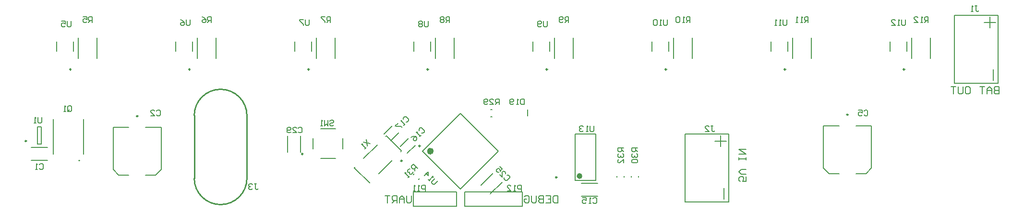
<source format=gbr>
%TF.GenerationSoftware,Altium Limited,Altium Designer,24.0.1 (36)*%
G04 Layer_Color=32896*
%FSLAX45Y45*%
%MOMM*%
%TF.SameCoordinates,2C358838-E96C-4A59-A5A0-E9FE71613952*%
%TF.FilePolarity,Positive*%
%TF.FileFunction,Legend,Bot*%
%TF.Part,Single*%
G01*
G75*
%TA.AperFunction,NonConductor*%
%ADD59C,0.25000*%
%ADD61C,0.15240*%
%ADD62C,0.50000*%
%ADD63C,0.20000*%
%ADD64C,0.25400*%
%ADD65C,0.60000*%
%ADD66R,0.20000X1.20000*%
D59*
X8697500Y3575000D02*
G03*
X8697500Y3575000I-12500J0D01*
G01*
X13177344Y3162500D02*
G03*
X13177344Y3162500I-12500J0D01*
G01*
X10910000Y5072089D02*
G03*
X10910000Y5072089I-12500J0D01*
G01*
X10446157Y3455251D02*
G03*
X10446157Y3455251I-12500J0D01*
G01*
X19310001Y5072089D02*
G03*
X19310001Y5072089I-12500J0D01*
G01*
X3822500Y3805000D02*
G03*
X3822500Y3805000I-12500J0D01*
G01*
X5787500Y4245000D02*
G03*
X5787500Y4245000I-12500J0D01*
G01*
X6710000Y5072089D02*
G03*
X6710000Y5072089I-12500J0D01*
G01*
X17210001D02*
G03*
X17210001Y5072089I-12500J0D01*
G01*
X13010001D02*
G03*
X13010001Y5072089I-12500J0D01*
G01*
X8810000D02*
G03*
X8810000Y5072089I-12500J0D01*
G01*
X4610000D02*
G03*
X4610000Y5072089I-12500J0D01*
G01*
X18312500Y4270000D02*
G03*
X18312500Y4270000I-12500J0D01*
G01*
X15110001Y5072089D02*
G03*
X15110001Y5072089I-12500J0D01*
G01*
X10766251Y3716924D02*
G03*
X10766251Y3716924I-12500J0D01*
G01*
D61*
X4759620Y3461260D02*
G03*
X4759620Y3461260I-7620J0D01*
G01*
X4290990Y3570480D02*
Y4195320D01*
X4832010Y3570480D02*
Y4195320D01*
D62*
X13600127Y3185000D02*
G03*
X13600127Y3185000I-25000J0D01*
G01*
D63*
X20185001Y4825000D02*
Y6025000D01*
X20955000Y4825000D02*
Y6025000D01*
X20185001D02*
X20955000D01*
X20185001Y4825000D02*
X20955000D01*
X14362500Y3165000D02*
Y3185000D01*
X14237500Y3165000D02*
Y3185000D01*
X14612500Y3165000D02*
Y3185000D01*
X14487500Y3165000D02*
Y3185000D01*
X8652810Y3604190D02*
Y3895810D01*
X8427190Y3604190D02*
Y3895810D01*
X8877500Y3670000D02*
Y3850000D01*
X9402500Y3670000D02*
Y3850000D01*
X9010000Y3497500D02*
X9270000D01*
X9010000Y4022500D02*
X9270000D01*
X12010000Y4362500D02*
X12030000D01*
X12010000Y4237500D02*
X12030000D01*
X10248965Y3808756D02*
X10391244Y3951035D01*
X10128756Y3928964D02*
X10271036Y4071244D01*
X10537185Y3586977D02*
X10679465Y3729256D01*
X10416977Y3707185D02*
X10559257Y3849464D01*
X10648000Y2902000D02*
X11410000D01*
Y2648000D02*
Y2902000D01*
X10648000Y2648000D02*
X11410000D01*
X10648000D02*
Y2902000D01*
X12001666Y2867128D02*
X12207872Y3073334D01*
X11842128Y3026666D02*
X12048335Y3232872D01*
X13500128Y3110000D02*
X13859872D01*
Y3930000D01*
X13500128D02*
X13859872D01*
X13500128Y3110000D02*
Y3930000D01*
X12564000Y2648000D02*
Y2902000D01*
X11548000D02*
X12564000D01*
X11548000Y2648000D02*
X12564000D01*
X11548000D02*
Y2902000D01*
X10648735Y3212123D02*
X10662877Y3226265D01*
X10737123Y3123735D02*
X10751265Y3137877D01*
X13604190Y2827190D02*
X13895810D01*
X13604190Y3052810D02*
X13895810D01*
X10650000Y5390239D02*
Y5559761D01*
X10950000Y5390239D02*
Y5559761D01*
X15435001Y2725000D02*
X16205000D01*
X15435001Y3925000D02*
X16205000D01*
Y2725000D02*
Y3925000D01*
X15435001Y2725000D02*
Y3925000D01*
X10423051Y3614350D02*
X10437193Y3628492D01*
X10168492Y3897193D02*
X10437193Y3628492D01*
X10154350Y3883051D02*
X10168492Y3897193D01*
X9871508Y3062807D02*
X9885650Y3076949D01*
X9602807Y3331507D02*
X9871508Y3062807D01*
X9602807Y3331507D02*
X9616949Y3345650D01*
X10034142Y3225442D02*
X10274558Y3465858D01*
X9765442Y3494142D02*
X10005858Y3734558D01*
X19350000Y5390239D02*
Y5559761D01*
X19050000Y5390239D02*
Y5559761D01*
X19432500Y5267500D02*
Y5632500D01*
X19767500Y5267500D02*
Y5632500D01*
X3904190Y3462190D02*
X4195810D01*
X3904190Y3687810D02*
X4195810D01*
X4015000Y3747500D02*
X4085000D01*
Y4052500D01*
X4015000D02*
X4085000D01*
X4015000Y3747500D02*
Y4052500D01*
X5922500Y4050000D02*
X6200000D01*
X5350000D02*
X5627500D01*
X5450000Y3200000D02*
X5627500D01*
X5922500D02*
X6100000D01*
X5350000Y3300000D02*
Y4050000D01*
X6200000Y3300000D02*
Y4050000D01*
X5350000Y3300000D02*
X5450000Y3200000D01*
X6100000D02*
X6200000Y3300000D01*
X6750000Y5390239D02*
Y5559761D01*
X6450000Y5390239D02*
Y5559761D01*
X6832500Y5267500D02*
Y5632500D01*
X7167500Y5267500D02*
Y5632500D01*
X8932500Y5267500D02*
Y5632500D01*
X9267500Y5267500D02*
Y5632500D01*
X17667500Y5267500D02*
Y5632500D01*
X17332500Y5267500D02*
Y5632500D01*
X13467500Y5267500D02*
Y5632500D01*
X13132500Y5267500D02*
Y5632500D01*
X11367500Y5267500D02*
Y5632500D01*
X11032500Y5267500D02*
Y5632500D01*
X5067500Y5267500D02*
Y5632500D01*
X4732500Y5267500D02*
Y5632500D01*
X16950000Y5390239D02*
Y5559761D01*
X17250000Y5390239D02*
Y5559761D01*
X12750000Y5390239D02*
Y5559761D01*
X13050000Y5390239D02*
Y5559761D01*
X8550000Y5390239D02*
Y5559761D01*
X8850000Y5390239D02*
Y5559761D01*
X4350000Y5390239D02*
Y5559761D01*
X4650000Y5390239D02*
Y5559761D01*
X18447501Y4075000D02*
X18725000D01*
X17875000D02*
X18152499D01*
X17975000Y3225000D02*
X18152499D01*
X18447501D02*
X18625000D01*
X17875000Y3325000D02*
Y4075000D01*
X18725000Y3325000D02*
Y4075000D01*
X17875000Y3325000D02*
X17975000Y3225000D01*
X18625000D02*
X18725000Y3325000D01*
X15150000Y5390239D02*
Y5559761D01*
X14850000Y5390239D02*
Y5559761D01*
X15232500Y5267500D02*
Y5632500D01*
X15567500Y5267500D02*
Y5632500D01*
X11475000Y4296751D02*
X12146751Y3625000D01*
X10803249D02*
X11475000Y2953249D01*
X12146751Y3625000D01*
X10803249D02*
X11475000Y4296751D01*
X20814996Y5805032D02*
Y6004968D01*
X20914964Y5905000D02*
X20715028D01*
X20874998Y4875037D02*
Y5074972D01*
X20973196Y4763479D02*
Y4636521D01*
X20909717D01*
X20888557Y4657680D01*
Y4678840D01*
X20909717Y4700000D01*
X20973196D01*
X20909717D01*
X20888557Y4721160D01*
Y4742320D01*
X20909717Y4763479D01*
X20973196D01*
X20846237Y4636521D02*
Y4721160D01*
X20803918Y4763479D01*
X20761598Y4721160D01*
Y4636521D01*
Y4700000D01*
X20846237D01*
X20719279Y4763479D02*
X20634639D01*
X20676959D01*
Y4636521D01*
X20401881Y4763479D02*
X20444202D01*
X20465361Y4742320D01*
Y4657680D01*
X20444202Y4636521D01*
X20401881D01*
X20380721Y4657680D01*
Y4742320D01*
X20401881Y4763479D01*
X20338402D02*
Y4657680D01*
X20317242Y4636521D01*
X20274924D01*
X20253763Y4657680D01*
Y4763479D01*
X20211443D02*
X20126804D01*
X20169122D01*
Y4636521D01*
X16513480Y3173982D02*
Y3089342D01*
X16450000D01*
X16471159Y3131662D01*
Y3152822D01*
X16450000Y3173982D01*
X16407680D01*
X16386520Y3152822D01*
Y3110502D01*
X16407680Y3089342D01*
X16513480Y3216301D02*
X16428841D01*
X16386520Y3258621D01*
X16428841Y3300941D01*
X16513480D01*
Y3470219D02*
Y3512539D01*
Y3491379D01*
X16386520D01*
Y3470219D01*
Y3512539D01*
Y3576018D02*
X16513480D01*
X16386520Y3660657D01*
X16513480D01*
X13196239Y2838479D02*
Y2711521D01*
X13132758D01*
X13111598Y2732680D01*
Y2817320D01*
X13132758Y2838479D01*
X13196239D01*
X12984639D02*
X13069279D01*
Y2711521D01*
X12984639D01*
X13069279Y2775000D02*
X13026959D01*
X12942320Y2838479D02*
Y2711521D01*
X12878841D01*
X12857680Y2732680D01*
Y2753840D01*
X12878841Y2775000D01*
X12942320D01*
X12878841D01*
X12857680Y2796160D01*
Y2817320D01*
X12878841Y2838479D01*
X12942320D01*
X12815361D02*
Y2732680D01*
X12794201Y2711521D01*
X12751882D01*
X12730722Y2732680D01*
Y2838479D01*
X12603763Y2817320D02*
X12624923Y2838479D01*
X12667242D01*
X12688402Y2817320D01*
Y2732680D01*
X12667242Y2711521D01*
X12624923D01*
X12603763Y2732680D01*
Y2775000D01*
X12646082D01*
X10607758Y2838479D02*
Y2732680D01*
X10586598Y2711521D01*
X10544279D01*
X10523119Y2732680D01*
Y2838479D01*
X10480799Y2711521D02*
Y2796160D01*
X10438480Y2838479D01*
X10396160Y2796160D01*
Y2711521D01*
Y2775000D01*
X10480799D01*
X10353840Y2711521D02*
Y2838479D01*
X10290361D01*
X10269201Y2817320D01*
Y2775000D01*
X10290361Y2753840D01*
X10353840D01*
X10311521D02*
X10269201Y2711521D01*
X10226882Y2838479D02*
X10142242D01*
X10184562D01*
Y2711521D01*
X16124998Y2775036D02*
Y2974972D01*
X16064996Y3705032D02*
Y3904968D01*
X16164964Y3805000D02*
X15965028D01*
X14349985Y3683291D02*
X14250015D01*
Y3633307D01*
X14266676Y3616646D01*
X14300000D01*
X14316661Y3633307D01*
Y3683291D01*
Y3649968D02*
X14349985Y3616646D01*
X14266676Y3583323D02*
X14250015Y3566661D01*
Y3533339D01*
X14266676Y3516678D01*
X14283339D01*
X14300000Y3533339D01*
Y3550000D01*
Y3533339D01*
X14316661Y3516678D01*
X14333322D01*
X14349985Y3533339D01*
Y3566661D01*
X14333322Y3583323D01*
X14349985Y3416710D02*
Y3483355D01*
X14283339Y3416710D01*
X14266676D01*
X14250015Y3433371D01*
Y3466694D01*
X14266676Y3483355D01*
X14599985Y3683291D02*
X14500015D01*
Y3633307D01*
X14516676Y3616646D01*
X14550000D01*
X14566661Y3633307D01*
Y3683291D01*
Y3649968D02*
X14599985Y3616646D01*
X14516676Y3583323D02*
X14500015Y3566661D01*
Y3533339D01*
X14516676Y3516678D01*
X14533339D01*
X14550000Y3533339D01*
Y3550000D01*
Y3533339D01*
X14566661Y3516678D01*
X14583322D01*
X14599985Y3533339D01*
Y3566661D01*
X14583322Y3583323D01*
X14516676Y3483355D02*
X14500015Y3466694D01*
Y3433371D01*
X14516676Y3416710D01*
X14583322D01*
X14599985Y3433371D01*
Y3466694D01*
X14583322Y3483355D01*
X14516676D01*
X13824960Y4074984D02*
Y3991678D01*
X13808298Y3975016D01*
X13774976D01*
X13758315Y3991678D01*
Y4074984D01*
X13724992Y3975016D02*
X13691669D01*
X13708330D01*
Y4074984D01*
X13724992Y4058323D01*
X13641685D02*
X13625024Y4074984D01*
X13591702D01*
X13575040Y4058323D01*
Y4041661D01*
X13591702Y4025000D01*
X13608363D01*
X13591702D01*
X13575040Y4008339D01*
Y3991678D01*
X13591702Y3975016D01*
X13625024D01*
X13641685Y3991678D01*
X12295688Y3201437D02*
X12319250D01*
X12342813Y3177875D01*
Y3154312D01*
X12295688Y3107187D01*
X12272125D01*
X12248563Y3130749D01*
Y3154312D01*
X12166094Y3213218D02*
X12213219Y3166093D01*
Y3260343D01*
X12225000Y3272125D01*
X12248563Y3272125D01*
X12272125Y3248562D01*
Y3225000D01*
X12166094Y3354594D02*
X12213219Y3307469D01*
X12177875Y3272125D01*
X12166093Y3307469D01*
X12154312Y3319250D01*
X12130750D01*
X12107187Y3295688D01*
X12107187Y3272125D01*
X12130749Y3248562D01*
X12154312D01*
X8616645Y4033322D02*
X8633306Y4049984D01*
X8666629D01*
X8683290Y4033322D01*
Y3966677D01*
X8666629Y3950016D01*
X8633306D01*
X8616645Y3966677D01*
X8516677Y3950016D02*
X8583322D01*
X8516677Y4016661D01*
Y4033322D01*
X8533339Y4049984D01*
X8566661D01*
X8583322Y4033322D01*
X8483355Y3966677D02*
X8466693Y3950016D01*
X8433371D01*
X8416710Y3966677D01*
Y4033322D01*
X8433371Y4049984D01*
X8466693D01*
X8483355Y4033322D01*
Y4016661D01*
X8466693Y4000000D01*
X8416710D01*
X10908306Y5924984D02*
Y5841677D01*
X10891645Y5825016D01*
X10858322D01*
X10841661Y5841677D01*
Y5924984D01*
X10808339Y5908322D02*
X10791677Y5924984D01*
X10758355D01*
X10741694Y5908322D01*
Y5891661D01*
X10758355Y5875000D01*
X10741694Y5858339D01*
Y5841677D01*
X10758355Y5825016D01*
X10791677D01*
X10808339Y5841677D01*
Y5858339D01*
X10791677Y5875000D01*
X10808339Y5891661D01*
Y5908322D01*
X10791677Y5875000D02*
X10758355D01*
X17608298Y5900016D02*
Y5999984D01*
X17558315D01*
X17541653Y5983323D01*
Y5950000D01*
X17558315Y5933339D01*
X17608298D01*
X17574976D02*
X17541653Y5900016D01*
X17508330D02*
X17475008D01*
X17491669D01*
Y5999984D01*
X17508330Y5983323D01*
X17425024Y5900016D02*
X17391702D01*
X17408363D01*
Y5999984D01*
X17425024Y5983323D01*
X13383305Y5900016D02*
Y5999984D01*
X13333324D01*
X13316661Y5983323D01*
Y5950000D01*
X13333324Y5933339D01*
X13383305D01*
X13349985D02*
X13316661Y5900016D01*
X13283339Y5916678D02*
X13266676Y5900016D01*
X13233356D01*
X13216695Y5916678D01*
Y5983323D01*
X13233356Y5999984D01*
X13266676D01*
X13283339Y5983323D01*
Y5966661D01*
X13266676Y5950000D01*
X13216695D01*
X11283306Y5900016D02*
Y5999984D01*
X11233322D01*
X11216661Y5983323D01*
Y5950000D01*
X11233322Y5933339D01*
X11283306D01*
X11249984D02*
X11216661Y5900016D01*
X11183339Y5983323D02*
X11166677Y5999984D01*
X11133355D01*
X11116694Y5983323D01*
Y5966661D01*
X11133355Y5950000D01*
X11116694Y5933339D01*
Y5916678D01*
X11133355Y5900016D01*
X11166677D01*
X11183339Y5916678D01*
Y5933339D01*
X11166677Y5950000D01*
X11183339Y5966661D01*
Y5983323D01*
X11166677Y5950000D02*
X11133355D01*
X9183306Y5900016D02*
Y5999984D01*
X9133323D01*
X9116661Y5983323D01*
Y5950000D01*
X9133323Y5933339D01*
X9183306D01*
X9149984D02*
X9116661Y5900016D01*
X9083339Y5999984D02*
X9016694D01*
Y5983323D01*
X9083339Y5916678D01*
Y5900016D01*
X7083306D02*
Y5999984D01*
X7033322D01*
X7016661Y5983323D01*
Y5950000D01*
X7033322Y5933339D01*
X7083306D01*
X7049984D02*
X7016661Y5900016D01*
X6916694Y5999984D02*
X6950016Y5983323D01*
X6983339Y5950000D01*
Y5916678D01*
X6966677Y5900016D01*
X6933355D01*
X6916694Y5916678D01*
Y5933339D01*
X6933355Y5950000D01*
X6983339D01*
X4983307Y5900016D02*
Y5999984D01*
X4933323D01*
X4916661Y5983323D01*
Y5950000D01*
X4933323Y5933339D01*
X4983307D01*
X4949984D02*
X4916661Y5900016D01*
X4816694Y5999984D02*
X4883339D01*
Y5950000D01*
X4850016Y5966661D01*
X4833355D01*
X4816694Y5950000D01*
Y5916678D01*
X4833355Y5900016D01*
X4866677D01*
X4883339Y5916678D01*
X17233298Y5949984D02*
Y5866677D01*
X17216637Y5850016D01*
X17183315D01*
X17166653Y5866677D01*
Y5949984D01*
X17133330Y5850016D02*
X17100008D01*
X17116669D01*
Y5949984D01*
X17133330Y5933322D01*
X17050024Y5850016D02*
X17016702D01*
X17033363D01*
Y5949984D01*
X17050024Y5933322D01*
X13008305Y5924984D02*
Y5841677D01*
X12991644Y5825016D01*
X12958324D01*
X12941661Y5841677D01*
Y5924984D01*
X12908339Y5841677D02*
X12891676Y5825016D01*
X12858356D01*
X12841695Y5841677D01*
Y5908322D01*
X12858356Y5924984D01*
X12891676D01*
X12908339Y5908322D01*
Y5891661D01*
X12891676Y5875000D01*
X12841695D01*
X8808306Y5949984D02*
Y5866677D01*
X8791645Y5850016D01*
X8758323D01*
X8741661Y5866677D01*
Y5949984D01*
X8708339D02*
X8641694D01*
Y5933322D01*
X8708339Y5866677D01*
Y5850016D01*
X6708306Y5949984D02*
Y5866677D01*
X6691645Y5850016D01*
X6658322D01*
X6641661Y5866677D01*
Y5949984D01*
X6541694D02*
X6575016Y5933322D01*
X6608339Y5900000D01*
Y5866677D01*
X6591677Y5850016D01*
X6558355D01*
X6541694Y5866677D01*
Y5883338D01*
X6558355Y5900000D01*
X6608339D01*
X4608307Y5924984D02*
Y5841677D01*
X4591645Y5825016D01*
X4558323D01*
X4541661Y5841677D01*
Y5924984D01*
X4441694D02*
X4508339D01*
Y5875000D01*
X4475016Y5891661D01*
X4458355D01*
X4441694Y5875000D01*
Y5841677D01*
X4458355Y5825016D01*
X4491677D01*
X4508339Y5841677D01*
X7841661Y3049984D02*
X7874984D01*
X7858323D01*
Y2966678D01*
X7874984Y2950016D01*
X7891645D01*
X7908307Y2966678D01*
X7808339Y3033323D02*
X7791677Y3049984D01*
X7758355D01*
X7741694Y3033323D01*
Y3016661D01*
X7758355Y3000000D01*
X7775016D01*
X7758355D01*
X7741694Y2983339D01*
Y2966678D01*
X7758355Y2950016D01*
X7791677D01*
X7808339Y2966678D01*
X9811781Y3832469D02*
X9835344Y3714656D01*
X9764656Y3785344D02*
X9882469Y3761781D01*
X9811781Y3691093D02*
X9788219Y3667531D01*
X9800000Y3679312D01*
X9729312Y3750000D01*
X9752875D01*
X11073704Y3096984D02*
X11014797Y3038077D01*
X10991235D01*
X10967672Y3061640D01*
Y3085203D01*
X11026579Y3144109D01*
X10932328Y3096984D02*
X10908765Y3120547D01*
X10920547Y3108765D01*
X10991235Y3179453D01*
Y3155891D01*
X10838077Y3191235D02*
X10908765Y3261923D01*
Y3191235D01*
X10861640Y3238360D01*
X19324960Y5949984D02*
Y5866677D01*
X19308298Y5850016D01*
X19274976D01*
X19258315Y5866677D01*
Y5949984D01*
X19224992Y5850016D02*
X19191669D01*
X19208330D01*
Y5949984D01*
X19224992Y5933322D01*
X19075040Y5850016D02*
X19141685D01*
X19075040Y5916661D01*
Y5933322D01*
X19091701Y5949984D01*
X19125024D01*
X19141685Y5933322D01*
X15124960Y5949984D02*
Y5866677D01*
X15108298Y5850016D01*
X15074976D01*
X15058315Y5866677D01*
Y5949984D01*
X15024992Y5850016D02*
X14991669D01*
X15008330D01*
Y5949984D01*
X15024992Y5933322D01*
X14941685D02*
X14925024Y5949984D01*
X14891701D01*
X14875040Y5933322D01*
Y5866677D01*
X14891701Y5850016D01*
X14925024D01*
X14941685Y5866677D01*
Y5933322D01*
X4091645Y4224984D02*
Y4141678D01*
X4074984Y4125016D01*
X4041661D01*
X4025000Y4141678D01*
Y4224984D01*
X3991677Y4125016D02*
X3958355D01*
X3975016D01*
Y4224984D01*
X3991677Y4208323D01*
X9174984Y4158322D02*
X9191645Y4174984D01*
X9224968D01*
X9241629Y4158322D01*
Y4141661D01*
X9224968Y4125000D01*
X9191645D01*
X9174984Y4108338D01*
Y4091677D01*
X9191645Y4075016D01*
X9224968D01*
X9241629Y4091677D01*
X9141661Y4174984D02*
Y4075016D01*
X9108339Y4108338D01*
X9075016Y4075016D01*
Y4174984D01*
X9041693Y4075016D02*
X9008371D01*
X9025032D01*
Y4174984D01*
X9041693Y4158322D01*
X12158290Y4450016D02*
Y4549984D01*
X12108306D01*
X12091645Y4533322D01*
Y4500000D01*
X12108306Y4483339D01*
X12158290D01*
X12124968D02*
X12091645Y4450016D01*
X11991678D02*
X12058323D01*
X11991678Y4516661D01*
Y4533322D01*
X12008339Y4549984D01*
X12041661D01*
X12058323Y4533322D01*
X11958355Y4466677D02*
X11941693Y4450016D01*
X11908371D01*
X11891710Y4466677D01*
Y4533322D01*
X11908371Y4549984D01*
X11941693D01*
X11958355Y4533322D01*
Y4516661D01*
X11941693Y4500000D01*
X11891710D01*
X10717813Y3322125D02*
X10647125Y3392813D01*
X10611781Y3357469D01*
Y3333906D01*
X10635343Y3310344D01*
X10658906D01*
X10694250Y3345688D01*
X10670688Y3322125D02*
Y3275000D01*
X10588218Y3310344D02*
X10564656D01*
X10541093Y3286781D01*
X10541093Y3263219D01*
X10552875Y3251437D01*
X10576437D01*
X10588218Y3263219D01*
X10576437Y3251437D01*
X10576437Y3227875D01*
X10588218Y3216093D01*
X10611781D01*
X10635343Y3239656D01*
Y3263219D01*
X10576437Y3180749D02*
X10552874Y3157187D01*
X10564656Y3168968D01*
X10493968Y3239656D01*
X10517530D01*
X19724960Y5900016D02*
Y5999984D01*
X19674976D01*
X19658315Y5983323D01*
Y5950000D01*
X19674976Y5933339D01*
X19724960D01*
X19691637D02*
X19658315Y5900016D01*
X19624992D02*
X19591669D01*
X19608330D01*
Y5999984D01*
X19624992Y5983323D01*
X19475040Y5900016D02*
X19541685D01*
X19475040Y5966661D01*
Y5983323D01*
X19491701Y5999984D01*
X19525024D01*
X19541685Y5983323D01*
X15524960Y5900016D02*
Y5999984D01*
X15474976D01*
X15458315Y5983323D01*
Y5950000D01*
X15474976Y5933339D01*
X15524960D01*
X15491637D02*
X15458315Y5900016D01*
X15424992D02*
X15391669D01*
X15408330D01*
Y5999984D01*
X15424992Y5983323D01*
X15341685D02*
X15325024Y5999984D01*
X15291701D01*
X15275040Y5983323D01*
Y5916678D01*
X15291701Y5900016D01*
X15325024D01*
X15341685Y5916678D01*
Y5983323D01*
X4550000Y4341677D02*
Y4408322D01*
X4566661Y4424984D01*
X4599984D01*
X4616645Y4408322D01*
Y4341677D01*
X4599984Y4325016D01*
X4566661D01*
X4583323Y4358339D02*
X4550000Y4325016D01*
X4566661D02*
X4550000Y4341677D01*
X4516677Y4325016D02*
X4483355D01*
X4500016D01*
Y4424984D01*
X4516677Y4408322D01*
X12549960Y2925016D02*
Y3024984D01*
X12499976D01*
X12483315Y3008322D01*
Y2975000D01*
X12499976Y2958339D01*
X12549960D01*
X12449992Y2925016D02*
X12416669D01*
X12433330D01*
Y3024984D01*
X12449992Y3008322D01*
X12300040Y2925016D02*
X12366685D01*
X12300040Y2991661D01*
Y3008322D01*
X12316702Y3024984D01*
X12350024D01*
X12366685Y3008322D01*
X10858298Y2925016D02*
Y3024984D01*
X10808314D01*
X10791653Y3008322D01*
Y2975000D01*
X10808314Y2958339D01*
X10858298D01*
X10758331Y2925016D02*
X10725008D01*
X10741669D01*
Y3024984D01*
X10758331Y3008322D01*
X10675024Y2925016D02*
X10641702D01*
X10658363D01*
Y3024984D01*
X10675024Y3008322D01*
X15891661Y4074984D02*
X15924985D01*
X15908324D01*
Y3991678D01*
X15924985Y3975016D01*
X15941644D01*
X15958305Y3991678D01*
X15791695Y3975016D02*
X15858339D01*
X15791695Y4041661D01*
Y4058323D01*
X15808356Y4074984D01*
X15841676D01*
X15858339Y4058323D01*
X20550000Y6199984D02*
X20583324D01*
X20566661D01*
Y6116677D01*
X20583324Y6100016D01*
X20599985D01*
X20616644Y6116677D01*
X20516676Y6100016D02*
X20483356D01*
X20500015D01*
Y6199984D01*
X20516676Y6183322D01*
X12599960Y4549984D02*
Y4450016D01*
X12549976D01*
X12533315Y4466677D01*
Y4533322D01*
X12549976Y4549984D01*
X12599960D01*
X12499992Y4450016D02*
X12466669D01*
X12483330D01*
Y4549984D01*
X12499992Y4533322D01*
X12416685Y4466677D02*
X12400024Y4450016D01*
X12366701D01*
X12350040Y4466677D01*
Y4533322D01*
X12366701Y4549984D01*
X12400024D01*
X12416685Y4533322D01*
Y4516661D01*
X12400024Y4500000D01*
X12350040D01*
X10467672Y4189797D02*
Y4213359D01*
X10491234Y4236922D01*
X10514797D01*
X10561922Y4189797D01*
Y4166234D01*
X10538360Y4142672D01*
X10514797D01*
X10503016Y4107328D02*
X10479453Y4083765D01*
X10491234Y4095546D01*
X10420546Y4166234D01*
X10444109D01*
X10373421Y4119109D02*
X10326296Y4071984D01*
X10338077Y4060202D01*
X10432328D01*
X10444109Y4048421D01*
X10742672Y3989797D02*
Y4013360D01*
X10766234Y4036922D01*
X10789797D01*
X10836922Y3989797D01*
Y3966235D01*
X10813360Y3942672D01*
X10789797D01*
X10778016Y3907328D02*
X10754453Y3883765D01*
X10766234Y3895547D01*
X10695546Y3966235D01*
X10719109D01*
X10601296Y3871984D02*
X10636640Y3883765D01*
X10683765D01*
X10707328Y3860203D01*
Y3836640D01*
X10683765Y3813077D01*
X10660202Y3813078D01*
X10648421Y3824859D01*
X10648421Y3848422D01*
X10683765Y3883765D01*
X13808315Y2783323D02*
X13824976Y2799984D01*
X13858298D01*
X13874960Y2783323D01*
Y2716678D01*
X13858298Y2700016D01*
X13824976D01*
X13808315Y2716678D01*
X13774992Y2700016D02*
X13741669D01*
X13758330D01*
Y2799984D01*
X13774992Y2783323D01*
X13625040Y2799984D02*
X13691685D01*
Y2750000D01*
X13658363Y2766661D01*
X13641701D01*
X13625040Y2750000D01*
Y2716678D01*
X13641701Y2700016D01*
X13675024D01*
X13691685Y2716678D01*
X18591661Y4333323D02*
X18608322Y4349984D01*
X18641644D01*
X18658305Y4333323D01*
Y4266678D01*
X18641644Y4250016D01*
X18608322D01*
X18591661Y4266678D01*
X18491695Y4349984D02*
X18558339D01*
Y4300000D01*
X18525015Y4316661D01*
X18508356D01*
X18491695Y4300000D01*
Y4266678D01*
X18508356Y4250016D01*
X18541676D01*
X18558339Y4266678D01*
X6116661Y4333323D02*
X6133323Y4349984D01*
X6166645D01*
X6183306Y4333323D01*
Y4266678D01*
X6166645Y4250016D01*
X6133323D01*
X6116661Y4266678D01*
X6016694Y4250016D02*
X6083339D01*
X6016694Y4316661D01*
Y4333323D01*
X6033355Y4349984D01*
X6066677D01*
X6083339Y4333323D01*
X4050000Y3383322D02*
X4066661Y3399984D01*
X4099984D01*
X4116645Y3383322D01*
Y3316677D01*
X4099984Y3300016D01*
X4066661D01*
X4050000Y3316677D01*
X4016677Y3300016D02*
X3983355D01*
X4000016D01*
Y3399984D01*
X4016677Y3383322D01*
D64*
X6779973Y3144973D02*
G03*
X7250017Y2679973I465027J0D01*
G01*
X7244999Y4720027D02*
G03*
X6779972Y4255000I0J-465027D01*
G01*
X7710026D02*
G03*
X7244999Y4720027I-465027J0D01*
G01*
X7245000Y2679973D02*
G03*
X7710027Y3145000I0J465027D01*
G01*
X6780000Y3145000D02*
Y4255000D01*
X7710000Y3150000D02*
Y4260000D01*
D65*
X10974670Y3625000D02*
G03*
X10974670Y3625000I-30000J0D01*
G01*
D66*
X12660003Y4300001D02*
D03*
%TF.MD5,cb5910228c0f75fc62cfd134c2aaabbd*%
M02*

</source>
